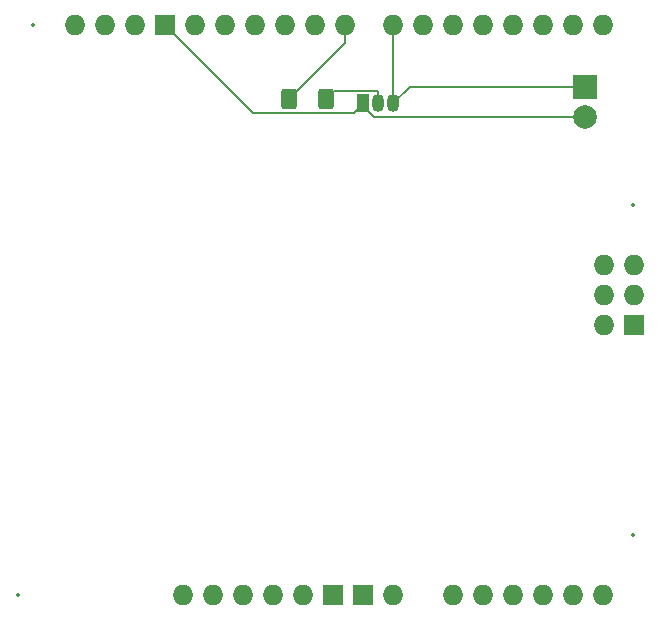
<source format=gtl>
%TF.GenerationSoftware,KiCad,Pcbnew,8.0.3*%
%TF.CreationDate,2025-01-08T21:35:48+01:00*%
%TF.ProjectId,ArduinoNICShield,41726475-696e-46f4-9e49-43536869656c,rev?*%
%TF.SameCoordinates,Original*%
%TF.FileFunction,Copper,L1,Top*%
%TF.FilePolarity,Positive*%
%FSLAX46Y46*%
G04 Gerber Fmt 4.6, Leading zero omitted, Abs format (unit mm)*
G04 Created by KiCad (PCBNEW 8.0.3) date 2025-01-08 21:35:48*
%MOMM*%
%LPD*%
G01*
G04 APERTURE LIST*
G04 Aperture macros list*
%AMRoundRect*
0 Rectangle with rounded corners*
0 $1 Rounding radius*
0 $2 $3 $4 $5 $6 $7 $8 $9 X,Y pos of 4 corners*
0 Add a 4 corners polygon primitive as box body*
4,1,4,$2,$3,$4,$5,$6,$7,$8,$9,$2,$3,0*
0 Add four circle primitives for the rounded corners*
1,1,$1+$1,$2,$3*
1,1,$1+$1,$4,$5*
1,1,$1+$1,$6,$7*
1,1,$1+$1,$8,$9*
0 Add four rect primitives between the rounded corners*
20,1,$1+$1,$2,$3,$4,$5,0*
20,1,$1+$1,$4,$5,$6,$7,0*
20,1,$1+$1,$6,$7,$8,$9,0*
20,1,$1+$1,$8,$9,$2,$3,0*%
G04 Aperture macros list end*
%TA.AperFunction,SMDPad,CuDef*%
%ADD10RoundRect,0.250000X-0.400000X-0.625000X0.400000X-0.625000X0.400000X0.625000X-0.400000X0.625000X0*%
%TD*%
%TA.AperFunction,ComponentPad*%
%ADD11R,2.000000X2.000000*%
%TD*%
%TA.AperFunction,ComponentPad*%
%ADD12C,2.000000*%
%TD*%
%TA.AperFunction,ComponentPad*%
%ADD13O,1.050000X1.500000*%
%TD*%
%TA.AperFunction,ComponentPad*%
%ADD14R,1.050000X1.500000*%
%TD*%
%TA.AperFunction,ComponentPad*%
%ADD15O,1.727200X1.727200*%
%TD*%
%TA.AperFunction,ComponentPad*%
%ADD16R,1.727200X1.727200*%
%TD*%
%TA.AperFunction,Conductor*%
%ADD17C,0.200000*%
%TD*%
%ADD18C,0.350000*%
G04 APERTURE END LIST*
D10*
%TO.P,R1,1*%
%TO.N,TX_Arduino*%
X138450000Y-71500000D03*
%TO.P,R1,2*%
%TO.N,Net-(Q1-B)*%
X141550000Y-71500000D03*
%TD*%
D11*
%TO.P,J2,1,Pin_1*%
%TO.N,RX_Arduino*%
X163500000Y-70460000D03*
D12*
%TO.P,J2,2,Pin_2*%
%TO.N,GND*%
X163500000Y-73000000D03*
%TD*%
D13*
%TO.P,Q1,3,C*%
%TO.N,RX_Arduino*%
X147270000Y-71860000D03*
%TO.P,Q1,2,B*%
%TO.N,Net-(Q1-B)*%
X146000000Y-71860000D03*
D14*
%TO.P,Q1,1,E*%
%TO.N,GND*%
X144730000Y-71860000D03*
%TD*%
D15*
%TO.P,A1,VIN,VIN*%
%TO.N,unconnected-(A1-PadVIN)*%
X147220000Y-113500000D03*
%TO.P,A1,SDA,SDA*%
%TO.N,unconnected-(A1-PadSDA)*%
X122836000Y-65240000D03*
%TO.P,A1,SCL,SCL*%
%TO.N,unconnected-(A1-PadSCL)*%
X120296000Y-65240000D03*
%TO.P,A1,SCK,SPI_SCK*%
%TO.N,unconnected-(A1-SPI_SCK-PadSCK)*%
X165127000Y-88100000D03*
%TO.P,A1,RST2,SPI_RESET*%
%TO.N,unconnected-(A1-SPI_RESET-PadRST2)*%
X165127000Y-90640000D03*
%TO.P,A1,RST1,RESET*%
%TO.N,unconnected-(A1-RESET-PadRST1)*%
X134520000Y-113500000D03*
%TO.P,A1,MOSI,SPI_MOSI*%
%TO.N,unconnected-(A1-SPI_MOSI-PadMOSI)*%
X167667000Y-88100000D03*
%TO.P,A1,MISO,SPI_MISO*%
%TO.N,unconnected-(A1-SPI_MISO-PadMISO)*%
X165127000Y-85560000D03*
%TO.P,A1,IORF,IOREF*%
%TO.N,unconnected-(A1-IOREF-PadIORF)*%
X131980000Y-113500000D03*
D16*
%TO.P,A1,GND4,SPI_GND*%
%TO.N,unconnected-(A1-SPI_GND-PadGND4)*%
X167667000Y-90640000D03*
%TO.P,A1,GND3,GND*%
%TO.N,GND*%
X144680000Y-113500000D03*
%TO.P,A1,GND2,GND*%
X142140000Y-113500000D03*
%TO.P,A1,GND1,GND*%
X127916000Y-65240000D03*
D15*
%TO.P,A1,D13,D13*%
%TO.N,unconnected-(A1-PadD13)*%
X130456000Y-65240000D03*
%TO.P,A1,D12,D12*%
%TO.N,unconnected-(A1-PadD12)*%
X132996000Y-65240000D03*
%TO.P,A1,D11,D11*%
%TO.N,unconnected-(A1-PadD11)*%
X135536000Y-65240000D03*
%TO.P,A1,D10,D10_CS*%
%TO.N,unconnected-(A1-D10_CS-PadD10)*%
X138076000Y-65240000D03*
%TO.P,A1,D9,D9*%
%TO.N,unconnected-(A1-PadD9)*%
X140616000Y-65240000D03*
%TO.P,A1,D8,D8*%
%TO.N,TX_Arduino*%
X143156000Y-65240000D03*
%TO.P,A1,D7,D7*%
%TO.N,RX_Arduino*%
X147220000Y-65240000D03*
%TO.P,A1,D6,D6*%
%TO.N,unconnected-(A1-PadD6)*%
X149760000Y-65240000D03*
%TO.P,A1,D5,D5*%
%TO.N,unconnected-(A1-PadD5)*%
X152300000Y-65240000D03*
%TO.P,A1,D4,D4*%
%TO.N,unconnected-(A1-PadD4)*%
X154840000Y-65240000D03*
%TO.P,A1,D3,D3_INT1*%
%TO.N,unconnected-(A1-D3_INT1-PadD3)*%
X157380000Y-65240000D03*
%TO.P,A1,D2,D2_INT0*%
%TO.N,unconnected-(A1-D2_INT0-PadD2)*%
X159920000Y-65240000D03*
%TO.P,A1,D1,D1/TX*%
%TO.N,unconnected-(A1-D1{slash}TX-PadD1)*%
X162460000Y-65240000D03*
%TO.P,A1,D0,D0/RX*%
%TO.N,unconnected-(A1-D0{slash}RX-PadD0)*%
X165000000Y-65240000D03*
%TO.P,A1,AREF,AREF*%
%TO.N,unconnected-(A1-PadAREF)*%
X125376000Y-65240000D03*
%TO.P,A1,A5,A5*%
%TO.N,unconnected-(A1-PadA5)*%
X165000000Y-113500000D03*
%TO.P,A1,A4,A4*%
%TO.N,unconnected-(A1-PadA4)*%
X162460000Y-113500000D03*
%TO.P,A1,A3,A3*%
%TO.N,unconnected-(A1-PadA3)*%
X159920000Y-113500000D03*
%TO.P,A1,A2,A2*%
%TO.N,unconnected-(A1-PadA2)*%
X157380000Y-113500000D03*
%TO.P,A1,A1,A1*%
%TO.N,unconnected-(A1-PadA1)*%
X154840000Y-113500000D03*
%TO.P,A1,A0,A0*%
%TO.N,unconnected-(A1-PadA0)*%
X152300000Y-113500000D03*
%TO.P,A1,5V2,SPI_5V*%
%TO.N,unconnected-(A1-SPI_5V-Pad5V2)*%
X167667000Y-85560000D03*
%TO.P,A1,5V1,5V*%
%TO.N,unconnected-(A1-5V-Pad5V1)*%
X139600000Y-113500000D03*
%TO.P,A1,3V3,3.3V*%
%TO.N,unconnected-(A1-3.3V-Pad3V3)*%
X137060000Y-113500000D03*
%TO.P,A1,*%
%TO.N,*%
X129440000Y-113500000D03*
%TD*%
D17*
%TO.N,GND*%
X144730000Y-71860000D02*
X143915000Y-72675000D01*
X143915000Y-72675000D02*
X135351000Y-72675000D01*
X135351000Y-72675000D02*
X127916000Y-65240000D01*
X163500000Y-73000000D02*
X145645000Y-73000000D01*
X144730000Y-72085000D02*
X144730000Y-71860000D01*
X145645000Y-73000000D02*
X144730000Y-72085000D01*
%TO.N,RX_Arduino*%
X163500000Y-70460000D02*
X148670000Y-70460000D01*
X148670000Y-70460000D02*
X147270000Y-71860000D01*
%TO.N,Net-(Q1-B)*%
X141550000Y-71500000D02*
X142240000Y-70810000D01*
X146000000Y-70910000D02*
X146000000Y-71860000D01*
X142240000Y-70810000D02*
X145900000Y-70810000D01*
X145900000Y-70810000D02*
X146000000Y-70910000D01*
%TO.N,TX_Arduino*%
X143156000Y-65240000D02*
X143156000Y-66794000D01*
X143156000Y-66794000D02*
X138450000Y-71500000D01*
%TO.N,RX_Arduino*%
X147220000Y-65240000D02*
X147220000Y-71810000D01*
X147220000Y-71810000D02*
X147270000Y-71860000D01*
%TD*%
D18*
X163500000Y-70460000D03*
X163500000Y-73000000D03*
X147270000Y-71860000D03*
X146000000Y-71860000D03*
X144730000Y-71860000D03*
X147220000Y-113500000D03*
X122836000Y-65240000D03*
X120296000Y-65240000D03*
X165127000Y-88100000D03*
X165127000Y-90640000D03*
X134520000Y-113500000D03*
X167667000Y-88100000D03*
X165127000Y-85560000D03*
X131980000Y-113500000D03*
X167667000Y-90640000D03*
X144680000Y-113500000D03*
X142140000Y-113500000D03*
X127916000Y-65240000D03*
X130456000Y-65240000D03*
X132996000Y-65240000D03*
X135536000Y-65240000D03*
X138076000Y-65240000D03*
X140616000Y-65240000D03*
X143156000Y-65240000D03*
X147220000Y-65240000D03*
X149760000Y-65240000D03*
X152300000Y-65240000D03*
X154840000Y-65240000D03*
X157380000Y-65240000D03*
X159920000Y-65240000D03*
X162460000Y-65240000D03*
X165000000Y-65240000D03*
X125376000Y-65240000D03*
X165000000Y-113500000D03*
X162460000Y-113500000D03*
X159920000Y-113500000D03*
X157380000Y-113500000D03*
X154840000Y-113500000D03*
X152300000Y-113500000D03*
X167667000Y-85560000D03*
X139600000Y-113500000D03*
X137060000Y-113500000D03*
X167540000Y-80480000D03*
X129440000Y-113500000D03*
X167540000Y-108420000D03*
X116740000Y-65240000D03*
X115470000Y-113500000D03*
M02*

</source>
